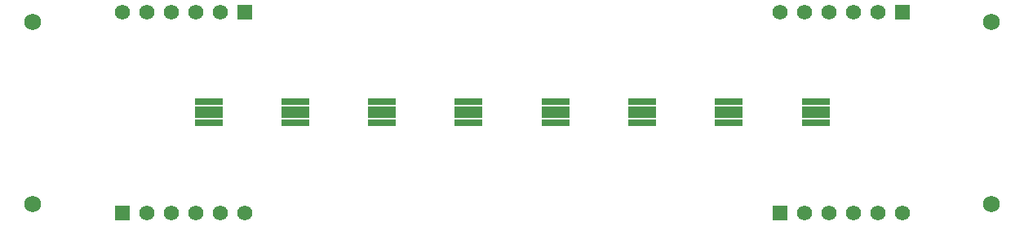
<source format=gbs>
G04*
G04 #@! TF.GenerationSoftware,Altium Limited,Altium Designer,24.0.1 (36)*
G04*
G04 Layer_Color=16711935*
%FSLAX44Y44*%
%MOMM*%
G71*
G04*
G04 #@! TF.SameCoordinates,FE54D643-1383-4C3F-89A0-025996B94EA8*
G04*
G04*
G04 #@! TF.FilePolarity,Negative*
G04*
G01*
G75*
%ADD13C,1.5700*%
%ADD14R,1.5700X1.5700*%
%ADD15C,1.7272*%
%ADD20R,2.9032X0.7032*%
%ADD21R,2.9032X1.2032*%
D13*
X142700Y249400D02*
D03*
X168100D02*
D03*
X193500D02*
D03*
X218900D02*
D03*
X244300D02*
D03*
X825100D02*
D03*
X850500D02*
D03*
X875900D02*
D03*
X901300D02*
D03*
X926700D02*
D03*
X952100Y40600D02*
D03*
X926700D02*
D03*
X901300D02*
D03*
X875900D02*
D03*
X850500D02*
D03*
X269700D02*
D03*
X244300D02*
D03*
X218900D02*
D03*
X193500D02*
D03*
X168100D02*
D03*
D14*
X269700Y249400D02*
D03*
X952100D02*
D03*
X825100Y40600D02*
D03*
X142700D02*
D03*
D15*
X1044800Y240000D02*
D03*
Y50000D02*
D03*
X50000Y240000D02*
D03*
Y50000D02*
D03*
D20*
X232400Y156530D02*
D03*
Y134530D02*
D03*
X322400Y156530D02*
D03*
Y134530D02*
D03*
X412400Y156530D02*
D03*
Y134530D02*
D03*
X502400Y156530D02*
D03*
Y134530D02*
D03*
X592400Y156530D02*
D03*
Y134530D02*
D03*
X682400Y156530D02*
D03*
Y134530D02*
D03*
X772400Y156530D02*
D03*
Y134530D02*
D03*
X862400Y156530D02*
D03*
Y134530D02*
D03*
D21*
X232400Y145530D02*
D03*
X322400D02*
D03*
X412400D02*
D03*
X502400D02*
D03*
X592400D02*
D03*
X682400D02*
D03*
X772400D02*
D03*
X862400D02*
D03*
M02*

</source>
